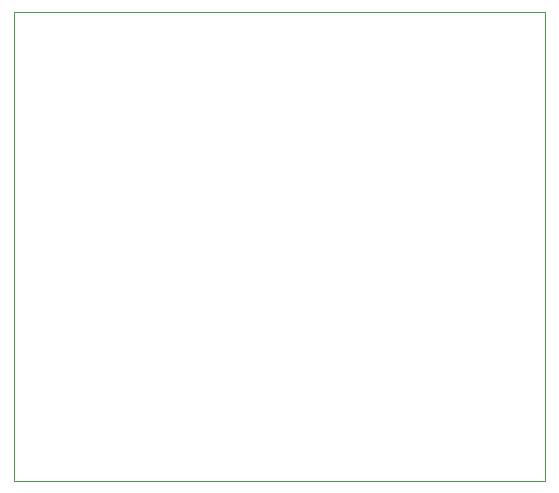
<source format=gm1>
G04 #@! TF.GenerationSoftware,KiCad,Pcbnew,(6.0.0-0)*
G04 #@! TF.CreationDate,2022-02-18T10:32:57-06:00*
G04 #@! TF.ProjectId,PhysarumV1,50687973-6172-4756-9d56-312e6b696361,rev?*
G04 #@! TF.SameCoordinates,Original*
G04 #@! TF.FileFunction,Profile,NP*
%FSLAX46Y46*%
G04 Gerber Fmt 4.6, Leading zero omitted, Abs format (unit mm)*
G04 Created by KiCad (PCBNEW (6.0.0-0)) date 2022-02-18 10:32:57*
%MOMM*%
%LPD*%
G01*
G04 APERTURE LIST*
G04 #@! TA.AperFunction,Profile*
%ADD10C,0.100000*%
G04 #@! TD*
G04 APERTURE END LIST*
D10*
X0Y-6350000D02*
X45000000Y-6350000D01*
X45000000Y-6350000D02*
X45000000Y-46000000D01*
X45000000Y-46000000D02*
X0Y-46000000D01*
X0Y-46000000D02*
X0Y-6350000D01*
M02*

</source>
